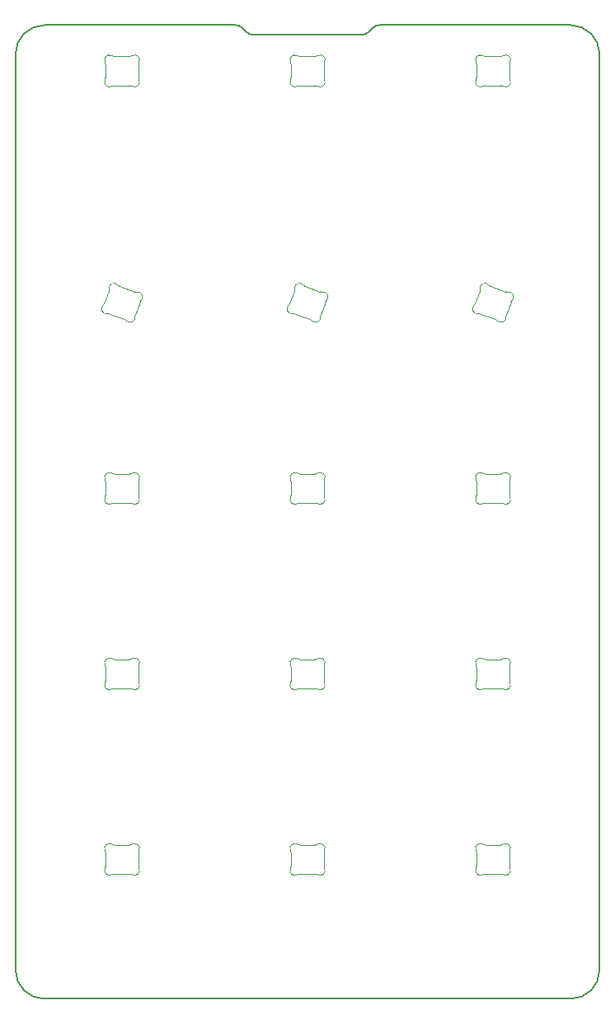
<source format=gbr>
%TF.GenerationSoftware,KiCad,Pcbnew,(6.0.3-11-gdd55ffb75c)*%
%TF.CreationDate,2022-03-17T01:02:22-07:00*%
%TF.ProjectId,keeby cat,6b656562-7920-4636-9174-2e6b69636164,rev?*%
%TF.SameCoordinates,Original*%
%TF.FileFunction,Profile,NP*%
%FSLAX46Y46*%
G04 Gerber Fmt 4.6, Leading zero omitted, Abs format (unit mm)*
G04 Created by KiCad (PCBNEW (6.0.3-11-gdd55ffb75c)) date 2022-03-17 01:02:22*
%MOMM*%
%LPD*%
G01*
G04 APERTURE LIST*
%TA.AperFunction,Profile*%
%ADD10C,0.160000*%
%TD*%
%TA.AperFunction,Profile*%
%ADD11C,0.100000*%
%TD*%
G04 APERTURE END LIST*
D10*
X85453000Y-57362000D02*
X85867000Y-57776000D01*
X85867028Y-57775972D02*
G75*
G03*
X86574000Y-58069000I707572J707772D01*
G01*
X119160000Y-157069000D02*
X65160000Y-157069000D01*
X65160000Y-57069000D02*
X84746000Y-57069000D01*
X86574000Y-58069000D02*
X97746000Y-58069000D01*
X99574000Y-57069000D02*
X119160000Y-57069000D01*
X65160000Y-57069001D02*
G75*
G03*
X62160001Y-60068999I1100J-3001099D01*
G01*
X122160000Y-60069000D02*
G75*
G03*
X119160000Y-57069000I-3001100J-1100D01*
G01*
X122160000Y-60069000D02*
X122160000Y-154069000D01*
X97746000Y-58069039D02*
G75*
G03*
X98453000Y-57776000I-600J1000839D01*
G01*
X85452972Y-57362028D02*
G75*
G03*
X84746000Y-57069000I-707572J-707772D01*
G01*
X119160000Y-157069000D02*
G75*
G03*
X122160000Y-154069000I600J2999400D01*
G01*
X62160000Y-154069000D02*
X62160000Y-60069000D01*
X99574000Y-57068961D02*
G75*
G03*
X98867000Y-57362000I600J-1000839D01*
G01*
X98453000Y-57776000D02*
X98867000Y-57362000D01*
X62160000Y-154069000D02*
G75*
G03*
X65160000Y-157069000I2999400J-600D01*
G01*
D11*
%TO.C,D11*%
X71410001Y-105352843D02*
X71410001Y-103947159D01*
X73904452Y-106150000D02*
X72315547Y-106150000D01*
X74809999Y-103947159D02*
X74809999Y-105352843D01*
X72315548Y-103150001D02*
X73904452Y-103150001D01*
X73904452Y-103150001D02*
G75*
G03*
X74156710Y-103081702I-3J500009D01*
G01*
X74809999Y-105352843D02*
G75*
G03*
X74859484Y-105569721I499990J-2D01*
G01*
X74859484Y-103730281D02*
G75*
G03*
X74809999Y-103947158I450505J-216876D01*
G01*
X72063289Y-103081702D02*
G75*
G03*
X72315548Y-103150001I252261J431712D01*
G01*
X71360517Y-105569722D02*
G75*
G03*
X71410001Y-105352844I-450497J216872D01*
G01*
X71410015Y-103947159D02*
G75*
G03*
X71360516Y-103730281I-499615J59D01*
G01*
X72315547Y-106150000D02*
G75*
G03*
X72063289Y-106218299I3J-500010D01*
G01*
X72063289Y-103081702D02*
G75*
G03*
X71360516Y-103730282I-252259J-431700D01*
G01*
X74156711Y-106218300D02*
G75*
G03*
X74859484Y-105569721I252258J431701D01*
G01*
X74859484Y-103730281D02*
G75*
G03*
X74156711Y-103081704I-450515J216877D01*
G01*
X74156711Y-106218300D02*
G75*
G03*
X73904453Y-106150001I-252261J-431710D01*
G01*
X71360516Y-105569721D02*
G75*
G03*
X72063289Y-106218299I450514J-216879D01*
G01*
%TO.C,D15*%
X109510001Y-62490343D02*
X109510001Y-61084659D01*
X110415548Y-60287501D02*
X112004452Y-60287501D01*
X112004452Y-63287500D02*
X110415547Y-63287500D01*
X112909999Y-61084659D02*
X112909999Y-62490343D01*
X112909999Y-62490343D02*
G75*
G03*
X112959484Y-62707221I499990J-2D01*
G01*
X110163289Y-60219202D02*
G75*
G03*
X109460516Y-60867782I-252259J-431700D01*
G01*
X112004452Y-60287501D02*
G75*
G03*
X112256710Y-60219202I-3J500009D01*
G01*
X109460516Y-62707221D02*
G75*
G03*
X110163289Y-63355799I450514J-216879D01*
G01*
X112959484Y-60867781D02*
G75*
G03*
X112909999Y-61084658I450505J-216876D01*
G01*
X112959484Y-60867781D02*
G75*
G03*
X112256711Y-60219204I-450515J216877D01*
G01*
X109510015Y-61084659D02*
G75*
G03*
X109460516Y-60867781I-499615J59D01*
G01*
X110163289Y-60219202D02*
G75*
G03*
X110415548Y-60287501I252261J431712D01*
G01*
X112256711Y-63355800D02*
G75*
G03*
X112004453Y-63287501I-252261J-431710D01*
G01*
X109460517Y-62707222D02*
G75*
G03*
X109510001Y-62490344I-450497J216872D01*
G01*
X110415547Y-63287500D02*
G75*
G03*
X110163289Y-63355799I3J-500010D01*
G01*
X112256711Y-63355800D02*
G75*
G03*
X112959484Y-62707221I252258J431701D01*
G01*
%TO.C,D3*%
X112004452Y-106150000D02*
X110415547Y-106150000D01*
X109510001Y-105352843D02*
X109510001Y-103947159D01*
X110415548Y-103150001D02*
X112004452Y-103150001D01*
X112909999Y-103947159D02*
X112909999Y-105352843D01*
X112256711Y-106218300D02*
G75*
G03*
X112959484Y-105569721I252258J431701D01*
G01*
X109510015Y-103947159D02*
G75*
G03*
X109460516Y-103730281I-499615J59D01*
G01*
X112959484Y-103730281D02*
G75*
G03*
X112256711Y-103081704I-450515J216877D01*
G01*
X112256711Y-106218300D02*
G75*
G03*
X112004453Y-106150001I-252261J-431710D01*
G01*
X112004452Y-103150001D02*
G75*
G03*
X112256710Y-103081702I-3J500009D01*
G01*
X110415547Y-106150000D02*
G75*
G03*
X110163289Y-106218299I3J-500010D01*
G01*
X112909999Y-105352843D02*
G75*
G03*
X112959484Y-105569721I499990J-2D01*
G01*
X110163289Y-103081702D02*
G75*
G03*
X109460516Y-103730282I-252259J-431700D01*
G01*
X112959484Y-103730281D02*
G75*
G03*
X112909999Y-103947158I450505J-216876D01*
G01*
X109460517Y-105569722D02*
G75*
G03*
X109510001Y-105352844I-450497J216872D01*
G01*
X109460516Y-105569721D02*
G75*
G03*
X110163289Y-106218299I450514J-216879D01*
G01*
X110163289Y-103081702D02*
G75*
G03*
X110415548Y-103150001I252261J431712D01*
G01*
%TO.C,D7*%
X92954452Y-125200000D02*
X91365547Y-125200000D01*
X90460001Y-124402843D02*
X90460001Y-122997159D01*
X91365548Y-122200001D02*
X92954452Y-122200001D01*
X93859999Y-122997159D02*
X93859999Y-124402843D01*
X93206711Y-125268300D02*
G75*
G03*
X92954453Y-125200001I-252261J-431710D01*
G01*
X93206711Y-125268300D02*
G75*
G03*
X93909484Y-124619721I252258J431701D01*
G01*
X90460015Y-122997159D02*
G75*
G03*
X90410516Y-122780281I-499615J59D01*
G01*
X91365547Y-125200000D02*
G75*
G03*
X91113289Y-125268299I3J-500010D01*
G01*
X91113289Y-122131702D02*
G75*
G03*
X90410516Y-122780282I-252259J-431700D01*
G01*
X90410517Y-124619722D02*
G75*
G03*
X90460001Y-124402844I-450497J216872D01*
G01*
X91113289Y-122131702D02*
G75*
G03*
X91365548Y-122200001I252261J431712D01*
G01*
X93909484Y-122780281D02*
G75*
G03*
X93206711Y-122131704I-450515J216877D01*
G01*
X93859999Y-124402843D02*
G75*
G03*
X93909484Y-124619721I499990J-2D01*
G01*
X93909484Y-122780281D02*
G75*
G03*
X93859999Y-122997158I450505J-216876D01*
G01*
X92954452Y-122200001D02*
G75*
G03*
X93206710Y-122131702I-3J500009D01*
G01*
X90410516Y-124619721D02*
G75*
G03*
X91113289Y-125268299I450514J-216879D01*
G01*
%TO.C,D14*%
X91365548Y-60287501D02*
X92954452Y-60287501D01*
X93859999Y-61084659D02*
X93859999Y-62490343D01*
X90460001Y-62490343D02*
X90460001Y-61084659D01*
X92954452Y-63287500D02*
X91365547Y-63287500D01*
X90460015Y-61084659D02*
G75*
G03*
X90410516Y-60867781I-499615J59D01*
G01*
X93909484Y-60867781D02*
G75*
G03*
X93859999Y-61084658I450505J-216876D01*
G01*
X91365547Y-63287500D02*
G75*
G03*
X91113289Y-63355799I3J-500010D01*
G01*
X90410517Y-62707222D02*
G75*
G03*
X90460001Y-62490344I-450497J216872D01*
G01*
X93206711Y-63355800D02*
G75*
G03*
X92954453Y-63287501I-252261J-431710D01*
G01*
X93859999Y-62490343D02*
G75*
G03*
X93909484Y-62707221I499990J-2D01*
G01*
X93206711Y-63355800D02*
G75*
G03*
X93909484Y-62707221I252258J431701D01*
G01*
X90410516Y-62707221D02*
G75*
G03*
X91113289Y-63355799I450514J-216879D01*
G01*
X92954452Y-60287501D02*
G75*
G03*
X93206710Y-60219202I-3J500009D01*
G01*
X91113289Y-60219202D02*
G75*
G03*
X91365548Y-60287501I252261J431712D01*
G01*
X91113289Y-60219202D02*
G75*
G03*
X90410516Y-60867782I-252259J-431700D01*
G01*
X93909484Y-60867781D02*
G75*
G03*
X93206711Y-60219204I-450515J216877D01*
G01*
%TO.C,D2*%
X112909999Y-122997159D02*
X112909999Y-124402843D01*
X109510001Y-124402843D02*
X109510001Y-122997159D01*
X110415548Y-122200001D02*
X112004452Y-122200001D01*
X112004452Y-125200000D02*
X110415547Y-125200000D01*
X112909999Y-124402843D02*
G75*
G03*
X112959484Y-124619721I499990J-2D01*
G01*
X109460516Y-124619721D02*
G75*
G03*
X110163289Y-125268299I450514J-216879D01*
G01*
X112256711Y-125268300D02*
G75*
G03*
X112959484Y-124619721I252258J431701D01*
G01*
X112959484Y-122780281D02*
G75*
G03*
X112256711Y-122131704I-450515J216877D01*
G01*
X112256711Y-125268300D02*
G75*
G03*
X112004453Y-125200001I-252261J-431710D01*
G01*
X110163289Y-122131702D02*
G75*
G03*
X109460516Y-122780282I-252259J-431700D01*
G01*
X109460517Y-124619722D02*
G75*
G03*
X109510001Y-124402844I-450497J216872D01*
G01*
X110415547Y-125200000D02*
G75*
G03*
X110163289Y-125268299I3J-500010D01*
G01*
X110163289Y-122131702D02*
G75*
G03*
X110415548Y-122200001I252261J431712D01*
G01*
X112959484Y-122780281D02*
G75*
G03*
X112909999Y-122997158I450505J-216876D01*
G01*
X109510015Y-122997159D02*
G75*
G03*
X109460516Y-122780281I-499615J59D01*
G01*
X112004452Y-122200001D02*
G75*
G03*
X112256710Y-122131702I-3J500009D01*
G01*
%TO.C,D6*%
X90460001Y-105352843D02*
X90460001Y-103947159D01*
X92954452Y-106150000D02*
X91365547Y-106150000D01*
X91365548Y-103150001D02*
X92954452Y-103150001D01*
X93859999Y-103947159D02*
X93859999Y-105352843D01*
X91113289Y-103081702D02*
G75*
G03*
X90410516Y-103730282I-252259J-431700D01*
G01*
X93206711Y-106218300D02*
G75*
G03*
X93909484Y-105569721I252258J431701D01*
G01*
X93909484Y-103730281D02*
G75*
G03*
X93206711Y-103081704I-450515J216877D01*
G01*
X90410516Y-105569721D02*
G75*
G03*
X91113289Y-106218299I450514J-216879D01*
G01*
X91113289Y-103081702D02*
G75*
G03*
X91365548Y-103150001I252261J431712D01*
G01*
X93909484Y-103730281D02*
G75*
G03*
X93859999Y-103947158I450505J-216876D01*
G01*
X93206711Y-106218300D02*
G75*
G03*
X92954453Y-106150001I-252261J-431710D01*
G01*
X93859999Y-105352843D02*
G75*
G03*
X93909484Y-105569721I499990J-2D01*
G01*
X90460015Y-103947159D02*
G75*
G03*
X90410516Y-103730281I-499615J59D01*
G01*
X90410517Y-105569722D02*
G75*
G03*
X90460001Y-105352844I-450497J216872D01*
G01*
X91365547Y-106150000D02*
G75*
G03*
X91113289Y-106218299I3J-500010D01*
G01*
X92954452Y-103150001D02*
G75*
G03*
X93206710Y-103081702I-3J500009D01*
G01*
%TO.C,D8*%
X92954452Y-144250000D02*
X91365547Y-144250000D01*
X91365548Y-141250001D02*
X92954452Y-141250001D01*
X93859999Y-142047159D02*
X93859999Y-143452843D01*
X90460001Y-143452843D02*
X90460001Y-142047159D01*
X90410517Y-143669722D02*
G75*
G03*
X90460001Y-143452844I-450497J216872D01*
G01*
X90410516Y-143669721D02*
G75*
G03*
X91113289Y-144318299I450514J-216879D01*
G01*
X93859999Y-143452843D02*
G75*
G03*
X93909484Y-143669721I499990J-2D01*
G01*
X91365547Y-144250000D02*
G75*
G03*
X91113289Y-144318299I3J-500010D01*
G01*
X91113289Y-141181702D02*
G75*
G03*
X91365548Y-141250001I252261J431712D01*
G01*
X91113289Y-141181702D02*
G75*
G03*
X90410516Y-141830282I-252259J-431700D01*
G01*
X92954452Y-141250001D02*
G75*
G03*
X93206710Y-141181702I-3J500009D01*
G01*
X90460015Y-142047159D02*
G75*
G03*
X90410516Y-141830281I-499615J59D01*
G01*
X93909484Y-141830281D02*
G75*
G03*
X93206711Y-141181704I-450515J216877D01*
G01*
X93206711Y-144318300D02*
G75*
G03*
X92954453Y-144250001I-252261J-431710D01*
G01*
X93206711Y-144318300D02*
G75*
G03*
X93909484Y-143669721I252258J431701D01*
G01*
X93909484Y-141830281D02*
G75*
G03*
X93859999Y-142047158I450505J-216876D01*
G01*
%TO.C,D13*%
X71410001Y-62490343D02*
X71410001Y-61084659D01*
X74809999Y-61084659D02*
X74809999Y-62490343D01*
X72315548Y-60287501D02*
X73904452Y-60287501D01*
X73904452Y-63287500D02*
X72315547Y-63287500D01*
X72063289Y-60219202D02*
G75*
G03*
X71360516Y-60867782I-252259J-431700D01*
G01*
X73904452Y-60287501D02*
G75*
G03*
X74156710Y-60219202I-3J500009D01*
G01*
X71410015Y-61084659D02*
G75*
G03*
X71360516Y-60867781I-499615J59D01*
G01*
X74156711Y-63355800D02*
G75*
G03*
X73904453Y-63287501I-252261J-431710D01*
G01*
X72063289Y-60219202D02*
G75*
G03*
X72315548Y-60287501I252261J431712D01*
G01*
X74859484Y-60867781D02*
G75*
G03*
X74156711Y-60219204I-450515J216877D01*
G01*
X71360516Y-62707221D02*
G75*
G03*
X72063289Y-63355799I450514J-216879D01*
G01*
X74156711Y-63355800D02*
G75*
G03*
X74859484Y-62707221I252258J431701D01*
G01*
X74859484Y-60867781D02*
G75*
G03*
X74809999Y-61084658I450505J-216876D01*
G01*
X74809999Y-62490343D02*
G75*
G03*
X74859484Y-62707221I499990J-2D01*
G01*
X71360517Y-62707222D02*
G75*
G03*
X71410001Y-62490344I-450497J216872D01*
G01*
X72315547Y-63287500D02*
G75*
G03*
X72063289Y-63355799I3J-500010D01*
G01*
%TO.C,D1*%
X112004452Y-144250000D02*
X110415547Y-144250000D01*
X109510001Y-143452843D02*
X109510001Y-142047159D01*
X112909999Y-142047159D02*
X112909999Y-143452843D01*
X110415548Y-141250001D02*
X112004452Y-141250001D01*
X112959484Y-141830281D02*
G75*
G03*
X112256711Y-141181704I-450515J216877D01*
G01*
X109460516Y-143669721D02*
G75*
G03*
X110163289Y-144318299I450514J-216879D01*
G01*
X112256711Y-144318300D02*
G75*
G03*
X112004453Y-144250001I-252261J-431710D01*
G01*
X112959484Y-141830281D02*
G75*
G03*
X112909999Y-142047158I450505J-216876D01*
G01*
X110415547Y-144250000D02*
G75*
G03*
X110163289Y-144318299I3J-500010D01*
G01*
X112004452Y-141250001D02*
G75*
G03*
X112256710Y-141181702I-3J500009D01*
G01*
X109510015Y-142047159D02*
G75*
G03*
X109460516Y-141830281I-499615J59D01*
G01*
X109460517Y-143669722D02*
G75*
G03*
X109510001Y-143452844I-450497J216872D01*
G01*
X112909999Y-143452843D02*
G75*
G03*
X112959484Y-143669721I499990J-2D01*
G01*
X112256711Y-144318300D02*
G75*
G03*
X112959484Y-143669721I252258J431701D01*
G01*
X110163289Y-141181702D02*
G75*
G03*
X110415548Y-141250001I252261J431712D01*
G01*
X110163289Y-141181702D02*
G75*
G03*
X109460516Y-141830282I-252259J-431700D01*
G01*
%TO.C,D12*%
X72876488Y-83918743D02*
X74369571Y-84462181D01*
X74947862Y-85520979D02*
X74467090Y-86841890D01*
X73343510Y-87281258D02*
X71850428Y-86737820D01*
X71272137Y-85679022D02*
X71752909Y-84358112D01*
X72662803Y-83768286D02*
G75*
G03*
X72876488Y-83918743I384707J319406D01*
G01*
X71752907Y-84358111D02*
G75*
G03*
X71780585Y-84137388I-469807J171011D01*
G01*
X72662803Y-83768286D02*
G75*
G03*
X71780585Y-84137390I-384697J-319386D01*
G01*
X73557196Y-87431716D02*
G75*
G03*
X73343511Y-87281259I-384706J-319405D01*
G01*
X71151461Y-85865897D02*
G75*
G03*
X71272137Y-85679023I-349661J358197D01*
G01*
X71850428Y-86737820D02*
G75*
G03*
X71590024Y-86715723I-171028J-470080D01*
G01*
X71151461Y-85865897D02*
G75*
G03*
X71590024Y-86715723I349169J-357883D01*
G01*
X74467090Y-86841890D02*
G75*
G03*
X74439414Y-87062614I469840J-171009D01*
G01*
X73557196Y-87431716D02*
G75*
G03*
X74439414Y-87062614I384695J319390D01*
G01*
X74369571Y-84462181D02*
G75*
G03*
X74629975Y-84484278I171009J469843D01*
G01*
X75068540Y-85334106D02*
G75*
G03*
X74947863Y-85520978I349149J-357872D01*
G01*
X75068539Y-85334105D02*
G75*
G03*
X74629975Y-84484280I-349169J357882D01*
G01*
%TO.C,D9*%
X73904452Y-144250000D02*
X72315547Y-144250000D01*
X74809999Y-142047159D02*
X74809999Y-143452843D01*
X72315548Y-141250001D02*
X73904452Y-141250001D01*
X71410001Y-143452843D02*
X71410001Y-142047159D01*
X72063289Y-141181702D02*
G75*
G03*
X71360516Y-141830282I-252259J-431700D01*
G01*
X73904452Y-141250001D02*
G75*
G03*
X74156710Y-141181702I-3J500009D01*
G01*
X74859484Y-141830281D02*
G75*
G03*
X74809999Y-142047158I450505J-216876D01*
G01*
X71360517Y-143669722D02*
G75*
G03*
X71410001Y-143452844I-450497J216872D01*
G01*
X74156711Y-144318300D02*
G75*
G03*
X74859484Y-143669721I252258J431701D01*
G01*
X74156711Y-144318300D02*
G75*
G03*
X73904453Y-144250001I-252261J-431710D01*
G01*
X72315547Y-144250000D02*
G75*
G03*
X72063289Y-144318299I3J-500010D01*
G01*
X71360516Y-143669721D02*
G75*
G03*
X72063289Y-144318299I450514J-216879D01*
G01*
X71410015Y-142047159D02*
G75*
G03*
X71360516Y-141830281I-499615J59D01*
G01*
X74859484Y-141830281D02*
G75*
G03*
X74156711Y-141181704I-450515J216877D01*
G01*
X72063289Y-141181702D02*
G75*
G03*
X72315548Y-141250001I252261J431712D01*
G01*
X74809999Y-143452843D02*
G75*
G03*
X74859484Y-143669721I499990J-2D01*
G01*
%TO.C,D10*%
X74809999Y-122997159D02*
X74809999Y-124402843D01*
X73904452Y-125200000D02*
X72315547Y-125200000D01*
X71410001Y-124402843D02*
X71410001Y-122997159D01*
X72315548Y-122200001D02*
X73904452Y-122200001D01*
X74156711Y-125268300D02*
G75*
G03*
X73904453Y-125200001I-252261J-431710D01*
G01*
X74809999Y-124402843D02*
G75*
G03*
X74859484Y-124619721I499990J-2D01*
G01*
X71360516Y-124619721D02*
G75*
G03*
X72063289Y-125268299I450514J-216879D01*
G01*
X72063289Y-122131702D02*
G75*
G03*
X71360516Y-122780282I-252259J-431700D01*
G01*
X74859484Y-122780281D02*
G75*
G03*
X74809999Y-122997158I450505J-216876D01*
G01*
X71360517Y-124619722D02*
G75*
G03*
X71410001Y-124402844I-450497J216872D01*
G01*
X73904452Y-122200001D02*
G75*
G03*
X74156710Y-122131702I-3J500009D01*
G01*
X74859484Y-122780281D02*
G75*
G03*
X74156711Y-122131704I-450515J216877D01*
G01*
X72315547Y-125200000D02*
G75*
G03*
X72063289Y-125268299I3J-500010D01*
G01*
X72063289Y-122131702D02*
G75*
G03*
X72315548Y-122200001I252261J431712D01*
G01*
X74156711Y-125268300D02*
G75*
G03*
X74859484Y-124619721I252258J431701D01*
G01*
X71410015Y-122997159D02*
G75*
G03*
X71360516Y-122780281I-499615J59D01*
G01*
%TO.C,D4*%
X109372137Y-85679022D02*
X109852909Y-84358112D01*
X113047862Y-85520979D02*
X112567090Y-86841890D01*
X110976488Y-83918743D02*
X112469571Y-84462181D01*
X111443510Y-87281258D02*
X109950428Y-86737820D01*
X112469571Y-84462181D02*
G75*
G03*
X112729975Y-84484278I171009J469843D01*
G01*
X113168540Y-85334106D02*
G75*
G03*
X113047863Y-85520978I349149J-357872D01*
G01*
X109950428Y-86737820D02*
G75*
G03*
X109690024Y-86715723I-171028J-470080D01*
G01*
X111657196Y-87431716D02*
G75*
G03*
X112539414Y-87062614I384695J319390D01*
G01*
X110762803Y-83768286D02*
G75*
G03*
X110976488Y-83918743I384707J319406D01*
G01*
X113168539Y-85334105D02*
G75*
G03*
X112729975Y-84484280I-349169J357882D01*
G01*
X112567090Y-86841890D02*
G75*
G03*
X112539414Y-87062614I469840J-171009D01*
G01*
X111657196Y-87431716D02*
G75*
G03*
X111443511Y-87281259I-384706J-319405D01*
G01*
X109251461Y-85865897D02*
G75*
G03*
X109690024Y-86715723I349169J-357883D01*
G01*
X109852907Y-84358111D02*
G75*
G03*
X109880585Y-84137388I-469807J171011D01*
G01*
X109251461Y-85865897D02*
G75*
G03*
X109372137Y-85679023I-349661J358197D01*
G01*
X110762803Y-83768286D02*
G75*
G03*
X109880585Y-84137390I-384697J-319386D01*
G01*
%TO.C,D5*%
X90322137Y-85679022D02*
X90802909Y-84358112D01*
X91926488Y-83918743D02*
X93419571Y-84462181D01*
X92393510Y-87281258D02*
X90900428Y-86737820D01*
X93997862Y-85520979D02*
X93517090Y-86841890D01*
X93419571Y-84462181D02*
G75*
G03*
X93679975Y-84484278I171009J469843D01*
G01*
X91712803Y-83768286D02*
G75*
G03*
X91926488Y-83918743I384707J319406D01*
G01*
X91712803Y-83768286D02*
G75*
G03*
X90830585Y-84137390I-384697J-319386D01*
G01*
X90900428Y-86737820D02*
G75*
G03*
X90640024Y-86715723I-171028J-470080D01*
G01*
X93517090Y-86841890D02*
G75*
G03*
X93489414Y-87062614I469840J-171009D01*
G01*
X90201461Y-85865897D02*
G75*
G03*
X90322137Y-85679023I-349661J358197D01*
G01*
X92607196Y-87431716D02*
G75*
G03*
X93489414Y-87062614I384695J319390D01*
G01*
X90802907Y-84358111D02*
G75*
G03*
X90830585Y-84137388I-469807J171011D01*
G01*
X90201461Y-85865897D02*
G75*
G03*
X90640024Y-86715723I349169J-357883D01*
G01*
X94118540Y-85334106D02*
G75*
G03*
X93997863Y-85520978I349149J-357872D01*
G01*
X92607196Y-87431716D02*
G75*
G03*
X92393511Y-87281259I-384706J-319405D01*
G01*
X94118539Y-85334105D02*
G75*
G03*
X93679975Y-84484280I-349169J357882D01*
G01*
%TD*%
M02*

</source>
